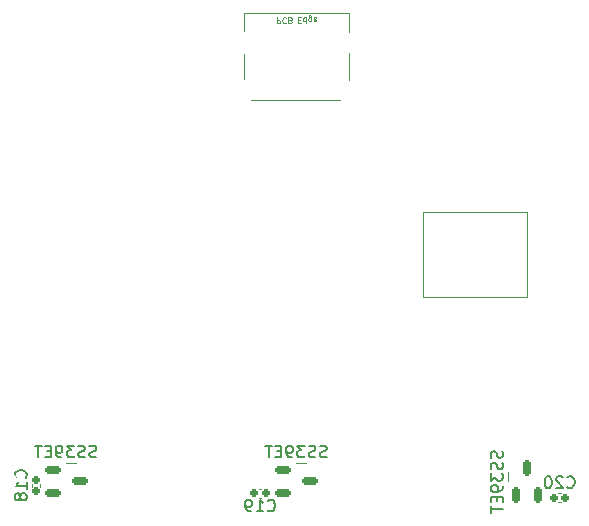
<source format=gbr>
%TF.GenerationSoftware,KiCad,Pcbnew,(7.0.0-0)*%
%TF.CreationDate,2023-03-07T01:41:50-06:00*%
%TF.ProjectId,RP2040_minimal,52503230-3430-45f6-9d69-6e696d616c2e,REV1*%
%TF.SameCoordinates,Original*%
%TF.FileFunction,Legend,Bot*%
%TF.FilePolarity,Positive*%
%FSLAX46Y46*%
G04 Gerber Fmt 4.6, Leading zero omitted, Abs format (unit mm)*
G04 Created by KiCad (PCBNEW (7.0.0-0)) date 2023-03-07 01:41:50*
%MOMM*%
%LPD*%
G01*
G04 APERTURE LIST*
G04 Aperture macros list*
%AMRoundRect*
0 Rectangle with rounded corners*
0 $1 Rounding radius*
0 $2 $3 $4 $5 $6 $7 $8 $9 X,Y pos of 4 corners*
0 Add a 4 corners polygon primitive as box body*
4,1,4,$2,$3,$4,$5,$6,$7,$8,$9,$2,$3,0*
0 Add four circle primitives for the rounded corners*
1,1,$1+$1,$2,$3*
1,1,$1+$1,$4,$5*
1,1,$1+$1,$6,$7*
1,1,$1+$1,$8,$9*
0 Add four rect primitives between the rounded corners*
20,1,$1+$1,$2,$3,$4,$5,0*
20,1,$1+$1,$4,$5,$6,$7,0*
20,1,$1+$1,$6,$7,$8,$9,0*
20,1,$1+$1,$8,$9,$2,$3,0*%
G04 Aperture macros list end*
%ADD10C,0.150000*%
%ADD11C,0.100000*%
%ADD12C,0.120000*%
%ADD13C,0.050000*%
%ADD14C,1.802000*%
%ADD15RoundRect,0.191000X-0.170000X0.140000X-0.170000X-0.140000X0.170000X-0.140000X0.170000X0.140000X0*%
%ADD16RoundRect,0.191000X0.140000X0.170000X-0.140000X0.170000X-0.140000X-0.170000X0.140000X-0.170000X0*%
%ADD17RoundRect,0.191000X-0.140000X-0.170000X0.140000X-0.170000X0.140000X0.170000X-0.140000X0.170000X0*%
%ADD18C,3.302000*%
%ADD19C,0.752000*%
%ADD20O,1.102000X2.202000*%
%ADD21O,1.102000X1.902000*%
%ADD22RoundRect,0.201000X0.150000X-0.512500X0.150000X0.512500X-0.150000X0.512500X-0.150000X-0.512500X0*%
%ADD23RoundRect,0.201000X-0.512500X-0.150000X0.512500X-0.150000X0.512500X0.150000X-0.512500X0.150000X0*%
G04 APERTURE END LIST*
D10*
%TO.C,C18*%
X-22927858Y312858D02*
X-22880239Y360477D01*
X-22880239Y360477D02*
X-22832620Y503334D01*
X-22832620Y503334D02*
X-22832620Y598572D01*
X-22832620Y598572D02*
X-22880239Y741429D01*
X-22880239Y741429D02*
X-22975477Y836667D01*
X-22975477Y836667D02*
X-23070715Y884286D01*
X-23070715Y884286D02*
X-23261191Y931905D01*
X-23261191Y931905D02*
X-23404048Y931905D01*
X-23404048Y931905D02*
X-23594524Y884286D01*
X-23594524Y884286D02*
X-23689762Y836667D01*
X-23689762Y836667D02*
X-23785000Y741429D01*
X-23785000Y741429D02*
X-23832620Y598572D01*
X-23832620Y598572D02*
X-23832620Y503334D01*
X-23832620Y503334D02*
X-23785000Y360477D01*
X-23785000Y360477D02*
X-23737381Y312858D01*
X-22832620Y-639523D02*
X-22832620Y-68095D01*
X-22832620Y-353809D02*
X-23832620Y-353809D01*
X-23832620Y-353809D02*
X-23689762Y-258571D01*
X-23689762Y-258571D02*
X-23594524Y-163333D01*
X-23594524Y-163333D02*
X-23546905Y-68095D01*
X-23404048Y-1210952D02*
X-23451667Y-1115714D01*
X-23451667Y-1115714D02*
X-23499286Y-1068095D01*
X-23499286Y-1068095D02*
X-23594524Y-1020476D01*
X-23594524Y-1020476D02*
X-23642143Y-1020476D01*
X-23642143Y-1020476D02*
X-23737381Y-1068095D01*
X-23737381Y-1068095D02*
X-23785000Y-1115714D01*
X-23785000Y-1115714D02*
X-23832620Y-1210952D01*
X-23832620Y-1210952D02*
X-23832620Y-1401428D01*
X-23832620Y-1401428D02*
X-23785000Y-1496666D01*
X-23785000Y-1496666D02*
X-23737381Y-1544285D01*
X-23737381Y-1544285D02*
X-23642143Y-1591904D01*
X-23642143Y-1591904D02*
X-23594524Y-1591904D01*
X-23594524Y-1591904D02*
X-23499286Y-1544285D01*
X-23499286Y-1544285D02*
X-23451667Y-1496666D01*
X-23451667Y-1496666D02*
X-23404048Y-1401428D01*
X-23404048Y-1401428D02*
X-23404048Y-1210952D01*
X-23404048Y-1210952D02*
X-23356429Y-1115714D01*
X-23356429Y-1115714D02*
X-23308810Y-1068095D01*
X-23308810Y-1068095D02*
X-23213572Y-1020476D01*
X-23213572Y-1020476D02*
X-23023096Y-1020476D01*
X-23023096Y-1020476D02*
X-22927858Y-1068095D01*
X-22927858Y-1068095D02*
X-22880239Y-1115714D01*
X-22880239Y-1115714D02*
X-22832620Y-1210952D01*
X-22832620Y-1210952D02*
X-22832620Y-1401428D01*
X-22832620Y-1401428D02*
X-22880239Y-1496666D01*
X-22880239Y-1496666D02*
X-22927858Y-1544285D01*
X-22927858Y-1544285D02*
X-23023096Y-1591904D01*
X-23023096Y-1591904D02*
X-23213572Y-1591904D01*
X-23213572Y-1591904D02*
X-23308810Y-1544285D01*
X-23308810Y-1544285D02*
X-23356429Y-1496666D01*
X-23356429Y-1496666D02*
X-23404048Y-1401428D01*
%TO.C,C20*%
X22932857Y-482142D02*
X22980476Y-529761D01*
X22980476Y-529761D02*
X23123333Y-577380D01*
X23123333Y-577380D02*
X23218571Y-577380D01*
X23218571Y-577380D02*
X23361428Y-529761D01*
X23361428Y-529761D02*
X23456666Y-434523D01*
X23456666Y-434523D02*
X23504285Y-339285D01*
X23504285Y-339285D02*
X23551904Y-148809D01*
X23551904Y-148809D02*
X23551904Y-5952D01*
X23551904Y-5952D02*
X23504285Y184524D01*
X23504285Y184524D02*
X23456666Y279762D01*
X23456666Y279762D02*
X23361428Y375000D01*
X23361428Y375000D02*
X23218571Y422620D01*
X23218571Y422620D02*
X23123333Y422620D01*
X23123333Y422620D02*
X22980476Y375000D01*
X22980476Y375000D02*
X22932857Y327381D01*
X22551904Y327381D02*
X22504285Y375000D01*
X22504285Y375000D02*
X22409047Y422620D01*
X22409047Y422620D02*
X22170952Y422620D01*
X22170952Y422620D02*
X22075714Y375000D01*
X22075714Y375000D02*
X22028095Y327381D01*
X22028095Y327381D02*
X21980476Y232143D01*
X21980476Y232143D02*
X21980476Y136905D01*
X21980476Y136905D02*
X22028095Y-5952D01*
X22028095Y-5952D02*
X22599523Y-577380D01*
X22599523Y-577380D02*
X21980476Y-577380D01*
X21361428Y422620D02*
X21266190Y422620D01*
X21266190Y422620D02*
X21170952Y375000D01*
X21170952Y375000D02*
X21123333Y327381D01*
X21123333Y327381D02*
X21075714Y232143D01*
X21075714Y232143D02*
X21028095Y41667D01*
X21028095Y41667D02*
X21028095Y-196428D01*
X21028095Y-196428D02*
X21075714Y-386904D01*
X21075714Y-386904D02*
X21123333Y-482142D01*
X21123333Y-482142D02*
X21170952Y-529761D01*
X21170952Y-529761D02*
X21266190Y-577380D01*
X21266190Y-577380D02*
X21361428Y-577380D01*
X21361428Y-577380D02*
X21456666Y-529761D01*
X21456666Y-529761D02*
X21504285Y-482142D01*
X21504285Y-482142D02*
X21551904Y-386904D01*
X21551904Y-386904D02*
X21599523Y-196428D01*
X21599523Y-196428D02*
X21599523Y41667D01*
X21599523Y41667D02*
X21551904Y232143D01*
X21551904Y232143D02*
X21504285Y327381D01*
X21504285Y327381D02*
X21456666Y375000D01*
X21456666Y375000D02*
X21361428Y422620D01*
%TO.C,C19*%
X-2427143Y-2452142D02*
X-2379524Y-2499761D01*
X-2379524Y-2499761D02*
X-2236667Y-2547380D01*
X-2236667Y-2547380D02*
X-2141429Y-2547380D01*
X-2141429Y-2547380D02*
X-1998572Y-2499761D01*
X-1998572Y-2499761D02*
X-1903334Y-2404523D01*
X-1903334Y-2404523D02*
X-1855715Y-2309285D01*
X-1855715Y-2309285D02*
X-1808096Y-2118809D01*
X-1808096Y-2118809D02*
X-1808096Y-1975952D01*
X-1808096Y-1975952D02*
X-1855715Y-1785476D01*
X-1855715Y-1785476D02*
X-1903334Y-1690238D01*
X-1903334Y-1690238D02*
X-1998572Y-1595000D01*
X-1998572Y-1595000D02*
X-2141429Y-1547380D01*
X-2141429Y-1547380D02*
X-2236667Y-1547380D01*
X-2236667Y-1547380D02*
X-2379524Y-1595000D01*
X-2379524Y-1595000D02*
X-2427143Y-1642619D01*
X-3379524Y-2547380D02*
X-2808096Y-2547380D01*
X-3093810Y-2547380D02*
X-3093810Y-1547380D01*
X-3093810Y-1547380D02*
X-2998572Y-1690238D01*
X-2998572Y-1690238D02*
X-2903334Y-1785476D01*
X-2903334Y-1785476D02*
X-2808096Y-1833095D01*
X-3855715Y-2547380D02*
X-4046191Y-2547380D01*
X-4046191Y-2547380D02*
X-4141429Y-2499761D01*
X-4141429Y-2499761D02*
X-4189048Y-2452142D01*
X-4189048Y-2452142D02*
X-4284286Y-2309285D01*
X-4284286Y-2309285D02*
X-4331905Y-2118809D01*
X-4331905Y-2118809D02*
X-4331905Y-1737857D01*
X-4331905Y-1737857D02*
X-4284286Y-1642619D01*
X-4284286Y-1642619D02*
X-4236667Y-1595000D01*
X-4236667Y-1595000D02*
X-4141429Y-1547380D01*
X-4141429Y-1547380D02*
X-3950953Y-1547380D01*
X-3950953Y-1547380D02*
X-3855715Y-1595000D01*
X-3855715Y-1595000D02*
X-3808096Y-1642619D01*
X-3808096Y-1642619D02*
X-3760477Y-1737857D01*
X-3760477Y-1737857D02*
X-3760477Y-1975952D01*
X-3760477Y-1975952D02*
X-3808096Y-2071190D01*
X-3808096Y-2071190D02*
X-3855715Y-2118809D01*
X-3855715Y-2118809D02*
X-3950953Y-2166428D01*
X-3950953Y-2166428D02*
X-4141429Y-2166428D01*
X-4141429Y-2166428D02*
X-4236667Y-2118809D01*
X-4236667Y-2118809D02*
X-4284286Y-2071190D01*
X-4284286Y-2071190D02*
X-4331905Y-1975952D01*
D11*
%TO.C,P1*%
X-1673810Y39283691D02*
X-1673810Y38783691D01*
X-1673810Y38783691D02*
X-1483334Y38783691D01*
X-1483334Y38783691D02*
X-1435715Y38807500D01*
X-1435715Y38807500D02*
X-1411905Y38831310D01*
X-1411905Y38831310D02*
X-1388096Y38878929D01*
X-1388096Y38878929D02*
X-1388096Y38950358D01*
X-1388096Y38950358D02*
X-1411905Y38997977D01*
X-1411905Y38997977D02*
X-1435715Y39021786D01*
X-1435715Y39021786D02*
X-1483334Y39045596D01*
X-1483334Y39045596D02*
X-1673810Y39045596D01*
X-888096Y39236072D02*
X-911905Y39259881D01*
X-911905Y39259881D02*
X-983334Y39283691D01*
X-983334Y39283691D02*
X-1030953Y39283691D01*
X-1030953Y39283691D02*
X-1102381Y39259881D01*
X-1102381Y39259881D02*
X-1150000Y39212262D01*
X-1150000Y39212262D02*
X-1173810Y39164643D01*
X-1173810Y39164643D02*
X-1197619Y39069405D01*
X-1197619Y39069405D02*
X-1197619Y38997977D01*
X-1197619Y38997977D02*
X-1173810Y38902739D01*
X-1173810Y38902739D02*
X-1150000Y38855120D01*
X-1150000Y38855120D02*
X-1102381Y38807500D01*
X-1102381Y38807500D02*
X-1030953Y38783691D01*
X-1030953Y38783691D02*
X-983334Y38783691D01*
X-983334Y38783691D02*
X-911905Y38807500D01*
X-911905Y38807500D02*
X-888096Y38831310D01*
X-507143Y39021786D02*
X-435715Y39045596D01*
X-435715Y39045596D02*
X-411905Y39069405D01*
X-411905Y39069405D02*
X-388096Y39117024D01*
X-388096Y39117024D02*
X-388096Y39188453D01*
X-388096Y39188453D02*
X-411905Y39236072D01*
X-411905Y39236072D02*
X-435715Y39259881D01*
X-435715Y39259881D02*
X-483334Y39283691D01*
X-483334Y39283691D02*
X-673810Y39283691D01*
X-673810Y39283691D02*
X-673810Y38783691D01*
X-673810Y38783691D02*
X-507143Y38783691D01*
X-507143Y38783691D02*
X-459524Y38807500D01*
X-459524Y38807500D02*
X-435715Y38831310D01*
X-435715Y38831310D02*
X-411905Y38878929D01*
X-411905Y38878929D02*
X-411905Y38926548D01*
X-411905Y38926548D02*
X-435715Y38974167D01*
X-435715Y38974167D02*
X-459524Y38997977D01*
X-459524Y38997977D02*
X-507143Y39021786D01*
X-507143Y39021786D02*
X-673810Y39021786D01*
X126190Y39021786D02*
X292857Y39021786D01*
X364285Y39283691D02*
X126190Y39283691D01*
X126190Y39283691D02*
X126190Y38783691D01*
X126190Y38783691D02*
X364285Y38783691D01*
X792857Y39283691D02*
X792857Y38783691D01*
X792857Y39259881D02*
X745238Y39283691D01*
X745238Y39283691D02*
X650000Y39283691D01*
X650000Y39283691D02*
X602381Y39259881D01*
X602381Y39259881D02*
X578571Y39236072D01*
X578571Y39236072D02*
X554762Y39188453D01*
X554762Y39188453D02*
X554762Y39045596D01*
X554762Y39045596D02*
X578571Y38997977D01*
X578571Y38997977D02*
X602381Y38974167D01*
X602381Y38974167D02*
X650000Y38950358D01*
X650000Y38950358D02*
X745238Y38950358D01*
X745238Y38950358D02*
X792857Y38974167D01*
X1245238Y38950358D02*
X1245238Y39355120D01*
X1245238Y39355120D02*
X1221428Y39402739D01*
X1221428Y39402739D02*
X1197619Y39426548D01*
X1197619Y39426548D02*
X1150000Y39450358D01*
X1150000Y39450358D02*
X1078571Y39450358D01*
X1078571Y39450358D02*
X1030952Y39426548D01*
X1245238Y39259881D02*
X1197619Y39283691D01*
X1197619Y39283691D02*
X1102381Y39283691D01*
X1102381Y39283691D02*
X1054762Y39259881D01*
X1054762Y39259881D02*
X1030952Y39236072D01*
X1030952Y39236072D02*
X1007143Y39188453D01*
X1007143Y39188453D02*
X1007143Y39045596D01*
X1007143Y39045596D02*
X1030952Y38997977D01*
X1030952Y38997977D02*
X1054762Y38974167D01*
X1054762Y38974167D02*
X1102381Y38950358D01*
X1102381Y38950358D02*
X1197619Y38950358D01*
X1197619Y38950358D02*
X1245238Y38974167D01*
X1673809Y39259881D02*
X1626190Y39283691D01*
X1626190Y39283691D02*
X1530952Y39283691D01*
X1530952Y39283691D02*
X1483333Y39259881D01*
X1483333Y39259881D02*
X1459524Y39212262D01*
X1459524Y39212262D02*
X1459524Y39021786D01*
X1459524Y39021786D02*
X1483333Y38974167D01*
X1483333Y38974167D02*
X1530952Y38950358D01*
X1530952Y38950358D02*
X1626190Y38950358D01*
X1626190Y38950358D02*
X1673809Y38974167D01*
X1673809Y38974167D02*
X1697619Y39021786D01*
X1697619Y39021786D02*
X1697619Y39069405D01*
X1697619Y39069405D02*
X1459524Y39117024D01*
D10*
%TO.C,S3*%
X17419761Y2547619D02*
X17467380Y2404762D01*
X17467380Y2404762D02*
X17467380Y2166667D01*
X17467380Y2166667D02*
X17419761Y2071429D01*
X17419761Y2071429D02*
X17372142Y2023810D01*
X17372142Y2023810D02*
X17276904Y1976191D01*
X17276904Y1976191D02*
X17181666Y1976191D01*
X17181666Y1976191D02*
X17086428Y2023810D01*
X17086428Y2023810D02*
X17038809Y2071429D01*
X17038809Y2071429D02*
X16991190Y2166667D01*
X16991190Y2166667D02*
X16943571Y2357143D01*
X16943571Y2357143D02*
X16895952Y2452381D01*
X16895952Y2452381D02*
X16848333Y2500000D01*
X16848333Y2500000D02*
X16753095Y2547619D01*
X16753095Y2547619D02*
X16657857Y2547619D01*
X16657857Y2547619D02*
X16562619Y2500000D01*
X16562619Y2500000D02*
X16515000Y2452381D01*
X16515000Y2452381D02*
X16467380Y2357143D01*
X16467380Y2357143D02*
X16467380Y2119048D01*
X16467380Y2119048D02*
X16515000Y1976191D01*
X17419761Y1595238D02*
X17467380Y1452381D01*
X17467380Y1452381D02*
X17467380Y1214286D01*
X17467380Y1214286D02*
X17419761Y1119048D01*
X17419761Y1119048D02*
X17372142Y1071429D01*
X17372142Y1071429D02*
X17276904Y1023810D01*
X17276904Y1023810D02*
X17181666Y1023810D01*
X17181666Y1023810D02*
X17086428Y1071429D01*
X17086428Y1071429D02*
X17038809Y1119048D01*
X17038809Y1119048D02*
X16991190Y1214286D01*
X16991190Y1214286D02*
X16943571Y1404762D01*
X16943571Y1404762D02*
X16895952Y1500000D01*
X16895952Y1500000D02*
X16848333Y1547619D01*
X16848333Y1547619D02*
X16753095Y1595238D01*
X16753095Y1595238D02*
X16657857Y1595238D01*
X16657857Y1595238D02*
X16562619Y1547619D01*
X16562619Y1547619D02*
X16515000Y1500000D01*
X16515000Y1500000D02*
X16467380Y1404762D01*
X16467380Y1404762D02*
X16467380Y1166667D01*
X16467380Y1166667D02*
X16515000Y1023810D01*
X16467380Y690476D02*
X16467380Y71429D01*
X16467380Y71429D02*
X16848333Y404762D01*
X16848333Y404762D02*
X16848333Y261905D01*
X16848333Y261905D02*
X16895952Y166667D01*
X16895952Y166667D02*
X16943571Y119048D01*
X16943571Y119048D02*
X17038809Y71429D01*
X17038809Y71429D02*
X17276904Y71429D01*
X17276904Y71429D02*
X17372142Y119048D01*
X17372142Y119048D02*
X17419761Y166667D01*
X17419761Y166667D02*
X17467380Y261905D01*
X17467380Y261905D02*
X17467380Y547619D01*
X17467380Y547619D02*
X17419761Y642857D01*
X17419761Y642857D02*
X17372142Y690476D01*
X17467380Y-404762D02*
X17467380Y-595238D01*
X17467380Y-595238D02*
X17419761Y-690476D01*
X17419761Y-690476D02*
X17372142Y-738095D01*
X17372142Y-738095D02*
X17229285Y-833333D01*
X17229285Y-833333D02*
X17038809Y-880952D01*
X17038809Y-880952D02*
X16657857Y-880952D01*
X16657857Y-880952D02*
X16562619Y-833333D01*
X16562619Y-833333D02*
X16515000Y-785714D01*
X16515000Y-785714D02*
X16467380Y-690476D01*
X16467380Y-690476D02*
X16467380Y-500000D01*
X16467380Y-500000D02*
X16515000Y-404762D01*
X16515000Y-404762D02*
X16562619Y-357143D01*
X16562619Y-357143D02*
X16657857Y-309524D01*
X16657857Y-309524D02*
X16895952Y-309524D01*
X16895952Y-309524D02*
X16991190Y-357143D01*
X16991190Y-357143D02*
X17038809Y-404762D01*
X17038809Y-404762D02*
X17086428Y-500000D01*
X17086428Y-500000D02*
X17086428Y-690476D01*
X17086428Y-690476D02*
X17038809Y-785714D01*
X17038809Y-785714D02*
X16991190Y-833333D01*
X16991190Y-833333D02*
X16895952Y-880952D01*
X16943571Y-1309524D02*
X16943571Y-1642857D01*
X17467380Y-1785714D02*
X17467380Y-1309524D01*
X17467380Y-1309524D02*
X16467380Y-1309524D01*
X16467380Y-1309524D02*
X16467380Y-1785714D01*
X16467380Y-2071429D02*
X16467380Y-2642857D01*
X17467380Y-2357143D02*
X16467380Y-2357143D01*
%TO.C,S2*%
X2547618Y2080239D02*
X2404761Y2032620D01*
X2404761Y2032620D02*
X2166666Y2032620D01*
X2166666Y2032620D02*
X2071428Y2080239D01*
X2071428Y2080239D02*
X2023809Y2127858D01*
X2023809Y2127858D02*
X1976190Y2223096D01*
X1976190Y2223096D02*
X1976190Y2318334D01*
X1976190Y2318334D02*
X2023809Y2413572D01*
X2023809Y2413572D02*
X2071428Y2461191D01*
X2071428Y2461191D02*
X2166666Y2508810D01*
X2166666Y2508810D02*
X2357142Y2556429D01*
X2357142Y2556429D02*
X2452380Y2604048D01*
X2452380Y2604048D02*
X2499999Y2651667D01*
X2499999Y2651667D02*
X2547618Y2746905D01*
X2547618Y2746905D02*
X2547618Y2842143D01*
X2547618Y2842143D02*
X2499999Y2937381D01*
X2499999Y2937381D02*
X2452380Y2985000D01*
X2452380Y2985000D02*
X2357142Y3032620D01*
X2357142Y3032620D02*
X2119047Y3032620D01*
X2119047Y3032620D02*
X1976190Y2985000D01*
X1595237Y2080239D02*
X1452380Y2032620D01*
X1452380Y2032620D02*
X1214285Y2032620D01*
X1214285Y2032620D02*
X1119047Y2080239D01*
X1119047Y2080239D02*
X1071428Y2127858D01*
X1071428Y2127858D02*
X1023809Y2223096D01*
X1023809Y2223096D02*
X1023809Y2318334D01*
X1023809Y2318334D02*
X1071428Y2413572D01*
X1071428Y2413572D02*
X1119047Y2461191D01*
X1119047Y2461191D02*
X1214285Y2508810D01*
X1214285Y2508810D02*
X1404761Y2556429D01*
X1404761Y2556429D02*
X1499999Y2604048D01*
X1499999Y2604048D02*
X1547618Y2651667D01*
X1547618Y2651667D02*
X1595237Y2746905D01*
X1595237Y2746905D02*
X1595237Y2842143D01*
X1595237Y2842143D02*
X1547618Y2937381D01*
X1547618Y2937381D02*
X1499999Y2985000D01*
X1499999Y2985000D02*
X1404761Y3032620D01*
X1404761Y3032620D02*
X1166666Y3032620D01*
X1166666Y3032620D02*
X1023809Y2985000D01*
X690475Y3032620D02*
X71428Y3032620D01*
X71428Y3032620D02*
X404761Y2651667D01*
X404761Y2651667D02*
X261904Y2651667D01*
X261904Y2651667D02*
X166666Y2604048D01*
X166666Y2604048D02*
X119047Y2556429D01*
X119047Y2556429D02*
X71428Y2461191D01*
X71428Y2461191D02*
X71428Y2223096D01*
X71428Y2223096D02*
X119047Y2127858D01*
X119047Y2127858D02*
X166666Y2080239D01*
X166666Y2080239D02*
X261904Y2032620D01*
X261904Y2032620D02*
X547618Y2032620D01*
X547618Y2032620D02*
X642856Y2080239D01*
X642856Y2080239D02*
X690475Y2127858D01*
X-404763Y2032620D02*
X-595239Y2032620D01*
X-595239Y2032620D02*
X-690477Y2080239D01*
X-690477Y2080239D02*
X-738096Y2127858D01*
X-738096Y2127858D02*
X-833334Y2270715D01*
X-833334Y2270715D02*
X-880953Y2461191D01*
X-880953Y2461191D02*
X-880953Y2842143D01*
X-880953Y2842143D02*
X-833334Y2937381D01*
X-833334Y2937381D02*
X-785715Y2985000D01*
X-785715Y2985000D02*
X-690477Y3032620D01*
X-690477Y3032620D02*
X-500001Y3032620D01*
X-500001Y3032620D02*
X-404763Y2985000D01*
X-404763Y2985000D02*
X-357144Y2937381D01*
X-357144Y2937381D02*
X-309525Y2842143D01*
X-309525Y2842143D02*
X-309525Y2604048D01*
X-309525Y2604048D02*
X-357144Y2508810D01*
X-357144Y2508810D02*
X-404763Y2461191D01*
X-404763Y2461191D02*
X-500001Y2413572D01*
X-500001Y2413572D02*
X-690477Y2413572D01*
X-690477Y2413572D02*
X-785715Y2461191D01*
X-785715Y2461191D02*
X-833334Y2508810D01*
X-833334Y2508810D02*
X-880953Y2604048D01*
X-1309525Y2556429D02*
X-1642858Y2556429D01*
X-1785715Y2032620D02*
X-1309525Y2032620D01*
X-1309525Y2032620D02*
X-1309525Y3032620D01*
X-1309525Y3032620D02*
X-1785715Y3032620D01*
X-2071430Y3032620D02*
X-2642858Y3032620D01*
X-2357144Y2032620D02*
X-2357144Y3032620D01*
%TO.C,S1*%
X-16952382Y2080239D02*
X-17095239Y2032620D01*
X-17095239Y2032620D02*
X-17333334Y2032620D01*
X-17333334Y2032620D02*
X-17428572Y2080239D01*
X-17428572Y2080239D02*
X-17476191Y2127858D01*
X-17476191Y2127858D02*
X-17523810Y2223096D01*
X-17523810Y2223096D02*
X-17523810Y2318334D01*
X-17523810Y2318334D02*
X-17476191Y2413572D01*
X-17476191Y2413572D02*
X-17428572Y2461191D01*
X-17428572Y2461191D02*
X-17333334Y2508810D01*
X-17333334Y2508810D02*
X-17142858Y2556429D01*
X-17142858Y2556429D02*
X-17047620Y2604048D01*
X-17047620Y2604048D02*
X-17000001Y2651667D01*
X-17000001Y2651667D02*
X-16952382Y2746905D01*
X-16952382Y2746905D02*
X-16952382Y2842143D01*
X-16952382Y2842143D02*
X-17000001Y2937381D01*
X-17000001Y2937381D02*
X-17047620Y2985000D01*
X-17047620Y2985000D02*
X-17142858Y3032620D01*
X-17142858Y3032620D02*
X-17380953Y3032620D01*
X-17380953Y3032620D02*
X-17523810Y2985000D01*
X-17904763Y2080239D02*
X-18047620Y2032620D01*
X-18047620Y2032620D02*
X-18285715Y2032620D01*
X-18285715Y2032620D02*
X-18380953Y2080239D01*
X-18380953Y2080239D02*
X-18428572Y2127858D01*
X-18428572Y2127858D02*
X-18476191Y2223096D01*
X-18476191Y2223096D02*
X-18476191Y2318334D01*
X-18476191Y2318334D02*
X-18428572Y2413572D01*
X-18428572Y2413572D02*
X-18380953Y2461191D01*
X-18380953Y2461191D02*
X-18285715Y2508810D01*
X-18285715Y2508810D02*
X-18095239Y2556429D01*
X-18095239Y2556429D02*
X-18000001Y2604048D01*
X-18000001Y2604048D02*
X-17952382Y2651667D01*
X-17952382Y2651667D02*
X-17904763Y2746905D01*
X-17904763Y2746905D02*
X-17904763Y2842143D01*
X-17904763Y2842143D02*
X-17952382Y2937381D01*
X-17952382Y2937381D02*
X-18000001Y2985000D01*
X-18000001Y2985000D02*
X-18095239Y3032620D01*
X-18095239Y3032620D02*
X-18333334Y3032620D01*
X-18333334Y3032620D02*
X-18476191Y2985000D01*
X-18809525Y3032620D02*
X-19428572Y3032620D01*
X-19428572Y3032620D02*
X-19095239Y2651667D01*
X-19095239Y2651667D02*
X-19238096Y2651667D01*
X-19238096Y2651667D02*
X-19333334Y2604048D01*
X-19333334Y2604048D02*
X-19380953Y2556429D01*
X-19380953Y2556429D02*
X-19428572Y2461191D01*
X-19428572Y2461191D02*
X-19428572Y2223096D01*
X-19428572Y2223096D02*
X-19380953Y2127858D01*
X-19380953Y2127858D02*
X-19333334Y2080239D01*
X-19333334Y2080239D02*
X-19238096Y2032620D01*
X-19238096Y2032620D02*
X-18952382Y2032620D01*
X-18952382Y2032620D02*
X-18857144Y2080239D01*
X-18857144Y2080239D02*
X-18809525Y2127858D01*
X-19904763Y2032620D02*
X-20095239Y2032620D01*
X-20095239Y2032620D02*
X-20190477Y2080239D01*
X-20190477Y2080239D02*
X-20238096Y2127858D01*
X-20238096Y2127858D02*
X-20333334Y2270715D01*
X-20333334Y2270715D02*
X-20380953Y2461191D01*
X-20380953Y2461191D02*
X-20380953Y2842143D01*
X-20380953Y2842143D02*
X-20333334Y2937381D01*
X-20333334Y2937381D02*
X-20285715Y2985000D01*
X-20285715Y2985000D02*
X-20190477Y3032620D01*
X-20190477Y3032620D02*
X-20000001Y3032620D01*
X-20000001Y3032620D02*
X-19904763Y2985000D01*
X-19904763Y2985000D02*
X-19857144Y2937381D01*
X-19857144Y2937381D02*
X-19809525Y2842143D01*
X-19809525Y2842143D02*
X-19809525Y2604048D01*
X-19809525Y2604048D02*
X-19857144Y2508810D01*
X-19857144Y2508810D02*
X-19904763Y2461191D01*
X-19904763Y2461191D02*
X-20000001Y2413572D01*
X-20000001Y2413572D02*
X-20190477Y2413572D01*
X-20190477Y2413572D02*
X-20285715Y2461191D01*
X-20285715Y2461191D02*
X-20333334Y2508810D01*
X-20333334Y2508810D02*
X-20380953Y2604048D01*
X-20809525Y2556429D02*
X-21142858Y2556429D01*
X-21285715Y2032620D02*
X-20809525Y2032620D01*
X-20809525Y2032620D02*
X-20809525Y3032620D01*
X-20809525Y3032620D02*
X-21285715Y3032620D01*
X-21571430Y3032620D02*
X-22142858Y3032620D01*
X-21857144Y2032620D02*
X-21857144Y3032620D01*
D12*
%TO.C,C18*%
X-22400000Y-222164D02*
X-22400000Y-437836D01*
X-21680000Y-222164D02*
X-21680000Y-437836D01*
%TO.C,C20*%
X22397836Y-1730000D02*
X22182164Y-1730000D01*
X22397836Y-1010000D02*
X22182164Y-1010000D01*
%TO.C,C19*%
X-3177836Y-660000D02*
X-2962164Y-660000D01*
X-3177836Y-1380000D02*
X-2962164Y-1380000D01*
D13*
%TO.C,U1*%
X19530000Y15580000D02*
X19530000Y22780000D01*
X19530000Y22780000D02*
X10730000Y22780000D01*
X10730000Y15580000D02*
X19530000Y15580000D01*
X10730000Y22780000D02*
X10730000Y15580000D01*
D11*
%TO.C,P1*%
X4470000Y32325000D02*
X-4470000Y32325000D01*
X-4470000Y32325000D02*
X-4470000Y39675000D01*
X-4470000Y39675000D02*
X4470000Y39675000D01*
X4470000Y39675000D02*
X4470000Y32325000D01*
D12*
%TO.C,S3*%
X17940000Y0D02*
X17940000Y800000D01*
%TO.C,S2*%
X0Y1560000D02*
X800000Y1560000D01*
%TO.C,S1*%
X-19500000Y1560000D02*
X-18700000Y1560000D01*
%TD*%
%LPC*%
D14*
%TO.C,REF\u002A\u002A*%
X-14420000Y0D03*
X-24580000Y0D03*
%TD*%
%TO.C,REF\u002A\u002A*%
X14420000Y0D03*
X24580000Y0D03*
%TD*%
%TO.C,REF\u002A\u002A*%
X5080000Y0D03*
X-5080000Y0D03*
%TD*%
D15*
%TO.C,C18*%
X-22040000Y-810000D03*
X-22040000Y150000D03*
%TD*%
D16*
%TO.C,C20*%
X22770000Y-1370000D03*
X21810000Y-1370000D03*
%TD*%
D17*
%TO.C,C19*%
X-3550000Y-1020000D03*
X-2590000Y-1020000D03*
%TD*%
D18*
%TO.C,H3*%
X0Y-29000000D03*
%TD*%
D19*
%TO.C,P1*%
X2890000Y33395000D03*
X-2890000Y33395000D03*
D20*
X4319999Y32894999D03*
D21*
X4319999Y37074999D03*
D20*
X-4319999Y32894999D03*
D21*
X-4319999Y37074999D03*
%TD*%
D18*
%TO.C,H2*%
X-27000000Y14000000D03*
%TD*%
%TO.C,REF\u002A\u002A*%
X-14000000Y-13000000D03*
%TD*%
%TO.C,H1*%
X27000000Y14000000D03*
%TD*%
%TO.C,REF\u002A\u002A*%
X14000000Y-13000000D03*
%TD*%
D22*
%TO.C,S3*%
X20450000Y-1137500D03*
X18550000Y-1137500D03*
X19500000Y1137500D03*
%TD*%
D23*
%TO.C,S2*%
X-1137500Y-950000D03*
X-1137500Y950000D03*
X1137500Y0D03*
%TD*%
%TO.C,S1*%
X-18362500Y0D03*
X-20637500Y950000D03*
X-20637500Y-950000D03*
%TD*%
M02*

</source>
